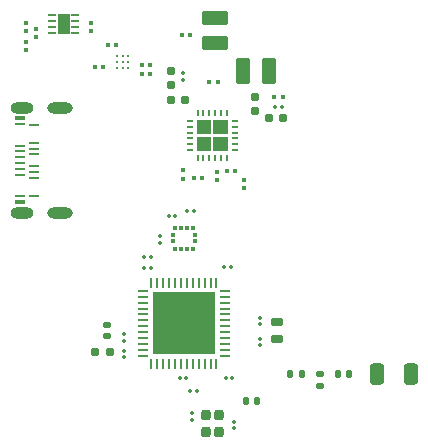
<source format=gtp>
%TF.GenerationSoftware,KiCad,Pcbnew,9.0.6*%
%TF.CreationDate,2026-02-05T15:03:14-05:00*%
%TF.ProjectId,health_monitor,6865616c-7468-45f6-9d6f-6e69746f722e,rev?*%
%TF.SameCoordinates,Original*%
%TF.FileFunction,Paste,Top*%
%TF.FilePolarity,Positive*%
%FSLAX46Y46*%
G04 Gerber Fmt 4.6, Leading zero omitted, Abs format (unit mm)*
G04 Created by KiCad (PCBNEW 9.0.6) date 2026-02-05 15:03:14*
%MOMM*%
%LPD*%
G01*
G04 APERTURE LIST*
G04 Aperture macros list*
%AMRoundRect*
0 Rectangle with rounded corners*
0 $1 Rounding radius*
0 $2 $3 $4 $5 $6 $7 $8 $9 X,Y pos of 4 corners*
0 Add a 4 corners polygon primitive as box body*
4,1,4,$2,$3,$4,$5,$6,$7,$8,$9,$2,$3,0*
0 Add four circle primitives for the rounded corners*
1,1,$1+$1,$2,$3*
1,1,$1+$1,$4,$5*
1,1,$1+$1,$6,$7*
1,1,$1+$1,$8,$9*
0 Add four rect primitives between the rounded corners*
20,1,$1+$1,$2,$3,$4,$5,0*
20,1,$1+$1,$4,$5,$6,$7,0*
20,1,$1+$1,$6,$7,$8,$9,0*
20,1,$1+$1,$8,$9,$2,$3,0*%
G04 Aperture macros list end*
%ADD10C,0.000000*%
%ADD11O,1.955800X0.939800*%
%ADD12O,2.159000X0.939800*%
%ADD13R,0.812800X0.279400*%
%ADD14R,0.812800X0.330200*%
%ADD15RoundRect,0.079500X0.100500X-0.079500X0.100500X0.079500X-0.100500X0.079500X-0.100500X-0.079500X0*%
%ADD16RoundRect,0.067500X-0.067500X0.067500X-0.067500X-0.067500X0.067500X-0.067500X0.067500X0.067500X0*%
%ADD17RoundRect,0.150000X-0.400000X0.150000X-0.400000X-0.150000X0.400000X-0.150000X0.400000X0.150000X0*%
%ADD18RoundRect,0.079500X-0.079500X-0.100500X0.079500X-0.100500X0.079500X0.100500X-0.079500X0.100500X0*%
%ADD19RoundRect,0.079500X0.079500X0.100500X-0.079500X0.100500X-0.079500X-0.100500X0.079500X-0.100500X0*%
%ADD20RoundRect,0.250000X-0.375000X-0.850000X0.375000X-0.850000X0.375000X0.850000X-0.375000X0.850000X0*%
%ADD21RoundRect,0.250000X0.850000X-0.375000X0.850000X0.375000X-0.850000X0.375000X-0.850000X-0.375000X0*%
%ADD22R,0.330200X0.381000*%
%ADD23R,0.381000X0.330200*%
%ADD24RoundRect,0.140000X-0.140000X-0.170000X0.140000X-0.170000X0.140000X0.170000X-0.140000X0.170000X0*%
%ADD25RoundRect,0.140000X0.140000X0.170000X-0.140000X0.170000X-0.140000X-0.170000X0.140000X-0.170000X0*%
%ADD26C,0.279400*%
%ADD27RoundRect,0.067500X0.067500X0.067500X-0.067500X0.067500X-0.067500X-0.067500X0.067500X-0.067500X0*%
%ADD28RoundRect,0.067500X0.067500X-0.067500X0.067500X0.067500X-0.067500X0.067500X-0.067500X-0.067500X0*%
%ADD29RoundRect,0.147500X-0.147500X-0.172500X0.147500X-0.172500X0.147500X0.172500X-0.147500X0.172500X0*%
%ADD30RoundRect,0.079500X-0.100500X0.079500X-0.100500X-0.079500X0.100500X-0.079500X0.100500X0.079500X0*%
%ADD31RoundRect,0.140000X-0.170000X0.140000X-0.170000X-0.140000X0.170000X-0.140000X0.170000X0.140000X0*%
%ADD32RoundRect,0.160000X-0.197500X-0.160000X0.197500X-0.160000X0.197500X0.160000X-0.197500X0.160000X0*%
%ADD33RoundRect,0.160000X-0.160000X0.197500X-0.160000X-0.197500X0.160000X-0.197500X0.160000X0.197500X0*%
%ADD34RoundRect,0.160000X0.197500X0.160000X-0.197500X0.160000X-0.197500X-0.160000X0.197500X-0.160000X0*%
%ADD35RoundRect,0.067500X-0.067500X-0.067500X0.067500X-0.067500X0.067500X0.067500X-0.067500X0.067500X0*%
%ADD36O,0.240000X0.599999*%
%ADD37O,0.599999X0.240000*%
%ADD38RoundRect,0.250000X-0.350000X-0.650000X0.350000X-0.650000X0.350000X0.650000X-0.350000X0.650000X0*%
%ADD39R,0.812800X0.254000*%
%ADD40R,0.254000X0.812800*%
%ADD41R,5.257800X5.257800*%
%ADD42RoundRect,0.160000X0.160000X-0.197500X0.160000X0.197500X-0.160000X0.197500X-0.160000X-0.197500X0*%
%ADD43RoundRect,0.200000X-0.200000X0.250000X-0.200000X-0.250000X0.200000X-0.250000X0.200000X0.250000X0*%
%ADD44R,0.711200X0.279400*%
%ADD45R,0.990600X1.701800*%
%ADD46RoundRect,0.147500X-0.172500X0.147500X-0.172500X-0.147500X0.172500X-0.147500X0.172500X0.147500X0*%
G04 APERTURE END LIST*
D10*
%TO.C,U4*%
G36*
X137900000Y-49487998D02*
G01*
X136711999Y-49487998D01*
X136711999Y-48299997D01*
X137900000Y-48299997D01*
X137900000Y-49487998D01*
G37*
G36*
X137900000Y-48100000D02*
G01*
X136711999Y-48100000D01*
X136711999Y-46911999D01*
X137900000Y-46911999D01*
X137900000Y-48100000D01*
G37*
G36*
X139287998Y-49487998D02*
G01*
X138099997Y-49487998D01*
X138099997Y-48299997D01*
X139287998Y-48299997D01*
X139287998Y-49487998D01*
G37*
G36*
X139287998Y-48100000D02*
G01*
X138099997Y-48100000D01*
X138099997Y-46911999D01*
X139287998Y-46911999D01*
X139287998Y-48100000D01*
G37*
%TO.C,MCU1*%
G36*
X134185550Y-62685550D02*
G01*
X133071100Y-62685550D01*
X133071100Y-61571100D01*
X134185550Y-61571100D01*
X134185550Y-62685550D01*
G37*
G36*
X134185550Y-64000000D02*
G01*
X133071100Y-64000000D01*
X133071100Y-62885550D01*
X134185550Y-62885550D01*
X134185550Y-64000000D01*
G37*
G36*
X134185550Y-65314450D02*
G01*
X133071100Y-65314450D01*
X133071100Y-64200000D01*
X134185550Y-64200000D01*
X134185550Y-65314450D01*
G37*
G36*
X134185550Y-66628900D02*
G01*
X133071100Y-66628900D01*
X133071100Y-65514450D01*
X134185550Y-65514450D01*
X134185550Y-66628900D01*
G37*
G36*
X135500000Y-62685550D02*
G01*
X134385550Y-62685550D01*
X134385550Y-61571100D01*
X135500000Y-61571100D01*
X135500000Y-62685550D01*
G37*
G36*
X135500000Y-64000000D02*
G01*
X134385550Y-64000000D01*
X134385550Y-62885550D01*
X135500000Y-62885550D01*
X135500000Y-64000000D01*
G37*
G36*
X135500000Y-65314450D02*
G01*
X134385550Y-65314450D01*
X134385550Y-64200000D01*
X135500000Y-64200000D01*
X135500000Y-65314450D01*
G37*
G36*
X135500000Y-66628900D02*
G01*
X134385550Y-66628900D01*
X134385550Y-65514450D01*
X135500000Y-65514450D01*
X135500000Y-66628900D01*
G37*
G36*
X136814450Y-62685550D02*
G01*
X135700000Y-62685550D01*
X135700000Y-61571100D01*
X136814450Y-61571100D01*
X136814450Y-62685550D01*
G37*
G36*
X136814450Y-64000000D02*
G01*
X135700000Y-64000000D01*
X135700000Y-62885550D01*
X136814450Y-62885550D01*
X136814450Y-64000000D01*
G37*
G36*
X136814450Y-65314450D02*
G01*
X135700000Y-65314450D01*
X135700000Y-64200000D01*
X136814450Y-64200000D01*
X136814450Y-65314450D01*
G37*
G36*
X136814450Y-66628900D02*
G01*
X135700000Y-66628900D01*
X135700000Y-65514450D01*
X136814450Y-65514450D01*
X136814450Y-66628900D01*
G37*
G36*
X138128900Y-62685550D02*
G01*
X137014450Y-62685550D01*
X137014450Y-61571100D01*
X138128900Y-61571100D01*
X138128900Y-62685550D01*
G37*
G36*
X138128900Y-64000000D02*
G01*
X137014450Y-64000000D01*
X137014450Y-62885550D01*
X138128900Y-62885550D01*
X138128900Y-64000000D01*
G37*
G36*
X138128900Y-65314450D02*
G01*
X137014450Y-65314450D01*
X137014450Y-64200000D01*
X138128900Y-64200000D01*
X138128900Y-65314450D01*
G37*
G36*
X138128900Y-66628900D02*
G01*
X137014450Y-66628900D01*
X137014450Y-65514450D01*
X138128900Y-65514450D01*
X138128900Y-66628900D01*
G37*
%TD*%
D11*
%TO.C,J1*%
X121867400Y-54750001D03*
X121867400Y-45849999D03*
D12*
X125067399Y-54749953D03*
X125067399Y-45850047D03*
D13*
X121682399Y-53350000D03*
X121682399Y-51550315D03*
X121682399Y-51050189D03*
X121682399Y-50550063D03*
X121682399Y-50049937D03*
X121682399Y-49549811D03*
X121682399Y-49049685D03*
X121682399Y-47250000D03*
X122932399Y-47299993D03*
X122932399Y-48799685D03*
X122932399Y-49299811D03*
X122932399Y-49799937D03*
X122932399Y-50800063D03*
X122932399Y-51300189D03*
X122932399Y-51800315D03*
X122932399Y-53300007D03*
D14*
X121682407Y-53850001D03*
X121682407Y-46749999D03*
%TD*%
D15*
%TO.C,R8*%
X127700000Y-39345000D03*
X127700000Y-38655000D03*
%TD*%
D16*
%TO.C,C11*%
X142000000Y-65425000D03*
X142000000Y-65975000D03*
%TD*%
D17*
%TO.C,NX2012SA-1*%
X143500000Y-64000000D03*
X143500000Y-65400000D03*
%TD*%
D18*
%TO.C,C27*%
X135435000Y-39700000D03*
X136125000Y-39700000D03*
%TD*%
D15*
%TO.C,R7*%
X123100000Y-39845000D03*
X123100000Y-39155000D03*
%TD*%
D19*
%TO.C,C29*%
X143945000Y-44900000D03*
X143255000Y-44900000D03*
%TD*%
D20*
%TO.C,L2*%
X140625000Y-42700000D03*
X142775000Y-42700000D03*
%TD*%
D21*
%TO.C,L1*%
X138200000Y-40375000D03*
X138200000Y-38225000D03*
%TD*%
D19*
%TO.C,R12*%
X139945000Y-51200000D03*
X139255000Y-51200000D03*
%TD*%
D22*
%TO.C,U2*%
X134849999Y-57763600D03*
X135350000Y-57763600D03*
X135850000Y-57763600D03*
X136350001Y-57763600D03*
D23*
X136514400Y-57150000D03*
X136514400Y-56650000D03*
D22*
X136350001Y-56036400D03*
X135850000Y-56036400D03*
X135350000Y-56036400D03*
X134849999Y-56036400D03*
D23*
X134685600Y-56650000D03*
X134685600Y-57150000D03*
%TD*%
D15*
%TO.C,C30*%
X140700000Y-52645000D03*
X140700000Y-51955000D03*
%TD*%
D16*
%TO.C,C20*%
X133600000Y-56725000D03*
X133600000Y-57275000D03*
%TD*%
D24*
%TO.C,C32*%
X144620000Y-68400000D03*
X145580000Y-68400000D03*
%TD*%
D25*
%TO.C,C6*%
X141780000Y-70700000D03*
X140820000Y-70700000D03*
%TD*%
D26*
%TO.C,U5*%
X130900000Y-42500126D03*
X130399874Y-42500126D03*
X129899748Y-42500126D03*
X130900000Y-42000000D03*
X130399874Y-42000000D03*
X129899748Y-42000000D03*
X130900000Y-41499874D03*
X130399874Y-41499874D03*
X129899748Y-41499874D03*
%TD*%
D27*
%TO.C,C9*%
X132775000Y-59400000D03*
X132225000Y-59400000D03*
%TD*%
D28*
%TO.C,C5*%
X130500000Y-65575000D03*
X130500000Y-65025000D03*
%TD*%
D15*
%TO.C,R10*%
X122200000Y-39345000D03*
X122200000Y-38655000D03*
%TD*%
D28*
%TO.C,C13*%
X139800000Y-72975000D03*
X139800000Y-72425000D03*
%TD*%
D16*
%TO.C,C10*%
X130500000Y-66425000D03*
X130500000Y-66975000D03*
%TD*%
D18*
%TO.C,C31*%
X136455000Y-51800000D03*
X137145000Y-51800000D03*
%TD*%
D29*
%TO.C,L3*%
X148615000Y-68400000D03*
X149585000Y-68400000D03*
%TD*%
D30*
%TO.C,R6*%
X138400000Y-51255000D03*
X138400000Y-51945000D03*
%TD*%
D27*
%TO.C,C3*%
X132775000Y-58500000D03*
X132225000Y-58500000D03*
%TD*%
D15*
%TO.C,R9*%
X122200000Y-40945000D03*
X122200000Y-40255000D03*
%TD*%
D31*
%TO.C,C4*%
X129100000Y-64220000D03*
X129100000Y-65180000D03*
%TD*%
D32*
%TO.C,R1*%
X128102500Y-66500000D03*
X129297500Y-66500000D03*
%TD*%
D33*
%TO.C,R5*%
X141600000Y-44902500D03*
X141600000Y-46097500D03*
%TD*%
D27*
%TO.C,C21*%
X134875000Y-55000000D03*
X134325000Y-55000000D03*
%TD*%
D34*
%TO.C,R3*%
X135697500Y-45200000D03*
X134502500Y-45200000D03*
%TD*%
D35*
%TO.C,C19*%
X135875000Y-54600000D03*
X136425000Y-54600000D03*
%TD*%
D36*
%TO.C,U4*%
X136750000Y-50099999D03*
X137249999Y-50099999D03*
X137750000Y-50099999D03*
X138250000Y-50099999D03*
X138750001Y-50099999D03*
X139250000Y-50099999D03*
D37*
X139899999Y-49450000D03*
X139899999Y-48950001D03*
X139899999Y-48450000D03*
X139899999Y-47950000D03*
X139899999Y-47449999D03*
X139899999Y-46950000D03*
D36*
X139250000Y-46300001D03*
X138750001Y-46300001D03*
X138250000Y-46300001D03*
X137750000Y-46300001D03*
X137249999Y-46300001D03*
X136750000Y-46300001D03*
D37*
X136100001Y-46950000D03*
X136100001Y-47449999D03*
X136100001Y-47950000D03*
X136100001Y-48450000D03*
X136100001Y-48950001D03*
X136100001Y-49450000D03*
%TD*%
D35*
%TO.C,C2*%
X139025000Y-59300000D03*
X139575000Y-59300000D03*
%TD*%
D38*
%TO.C,AE1*%
X151950000Y-68400000D03*
X154850000Y-68400000D03*
%TD*%
D15*
%TO.C,C24*%
X135500000Y-51845000D03*
X135500000Y-51155000D03*
%TD*%
D35*
%TO.C,C8*%
X139125000Y-68700000D03*
X139675000Y-68700000D03*
%TD*%
D18*
%TO.C,C22*%
X128054874Y-42400126D03*
X128744874Y-42400126D03*
%TD*%
D39*
%TO.C,MCU1*%
X139054400Y-66850693D03*
X139054400Y-66350567D03*
X139054400Y-65850441D03*
X139054400Y-65350315D03*
X139054400Y-64850189D03*
X139054400Y-64350063D03*
X139054400Y-63849937D03*
X139054400Y-63349811D03*
X139054400Y-62849685D03*
X139054400Y-62349559D03*
X139054400Y-61849433D03*
X139054400Y-61349307D03*
D40*
X138350693Y-60645600D03*
X137850567Y-60645600D03*
X137350441Y-60645600D03*
X136850315Y-60645600D03*
X136350189Y-60645600D03*
X135850063Y-60645600D03*
X135349937Y-60645600D03*
X134849811Y-60645600D03*
X134349685Y-60645600D03*
X133849559Y-60645600D03*
X133349433Y-60645600D03*
X132849307Y-60645600D03*
D39*
X132145600Y-61349307D03*
X132145600Y-61849433D03*
X132145600Y-62349559D03*
X132145600Y-62849685D03*
X132145600Y-63349811D03*
X132145600Y-63849937D03*
X132145600Y-64350063D03*
X132145600Y-64850189D03*
X132145600Y-65350315D03*
X132145600Y-65850441D03*
X132145600Y-66350567D03*
X132145600Y-66850693D03*
D40*
X132849307Y-67554400D03*
X133349433Y-67554400D03*
X133849559Y-67554400D03*
X134349685Y-67554400D03*
X134849811Y-67554400D03*
X135349937Y-67554400D03*
X135850063Y-67554400D03*
X136350189Y-67554400D03*
X136850315Y-67554400D03*
X137350441Y-67554400D03*
X137850567Y-67554400D03*
X138350693Y-67554400D03*
D41*
X135600000Y-64100000D03*
%TD*%
D19*
%TO.C,R11*%
X132744874Y-43000000D03*
X132054874Y-43000000D03*
%TD*%
D28*
%TO.C,C14*%
X136300000Y-72275000D03*
X136300000Y-71725000D03*
%TD*%
D27*
%TO.C,C7*%
X136675000Y-69800000D03*
X136125000Y-69800000D03*
%TD*%
%TO.C,C28*%
X143875000Y-45800000D03*
X143325000Y-45800000D03*
%TD*%
D19*
%TO.C,R13*%
X132744874Y-42200126D03*
X132054874Y-42200126D03*
%TD*%
D32*
%TO.C,R4*%
X142802500Y-46700000D03*
X143997500Y-46700000D03*
%TD*%
D42*
%TO.C,R2*%
X134500000Y-43897500D03*
X134500000Y-42702500D03*
%TD*%
D43*
%TO.C,CX2016FB-1*%
X137450000Y-71900000D03*
X137450000Y-73300000D03*
X138550000Y-73300000D03*
X138550000Y-71900000D03*
%TD*%
D16*
%TO.C,C26*%
X135500000Y-42925000D03*
X135500000Y-43475000D03*
%TD*%
D44*
%TO.C,U3*%
X124400000Y-38000000D03*
X124400000Y-38500126D03*
X124400000Y-39000252D03*
X124400000Y-39500378D03*
X126406600Y-39500378D03*
X126406600Y-39000252D03*
X126406600Y-38500126D03*
X126406600Y-38000000D03*
D45*
X125403300Y-38750189D03*
%TD*%
D27*
%TO.C,C1*%
X135775000Y-68700000D03*
X135225000Y-68700000D03*
%TD*%
D19*
%TO.C,C25*%
X138445000Y-43700000D03*
X137755000Y-43700000D03*
%TD*%
%TO.C,C23*%
X129845000Y-40500000D03*
X129155000Y-40500000D03*
%TD*%
D16*
%TO.C,C12*%
X142000000Y-63625000D03*
X142000000Y-64175000D03*
%TD*%
D46*
%TO.C,L4*%
X147100000Y-68415000D03*
X147100000Y-69385000D03*
%TD*%
M02*

</source>
